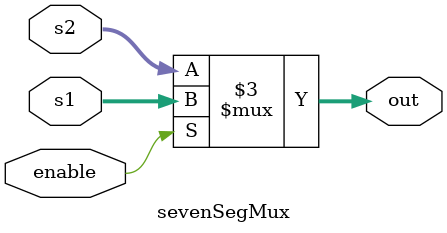
<source format=sv>


module sevenSegMux (
    input logic [3:0] s1, s2,
    input logic enable,
    output logic [3:0] out);

    always_comb begin
        if (enable) begin
            out = s1;
        end else begin
            out = s2;
        end
    end
endmodule
</source>
